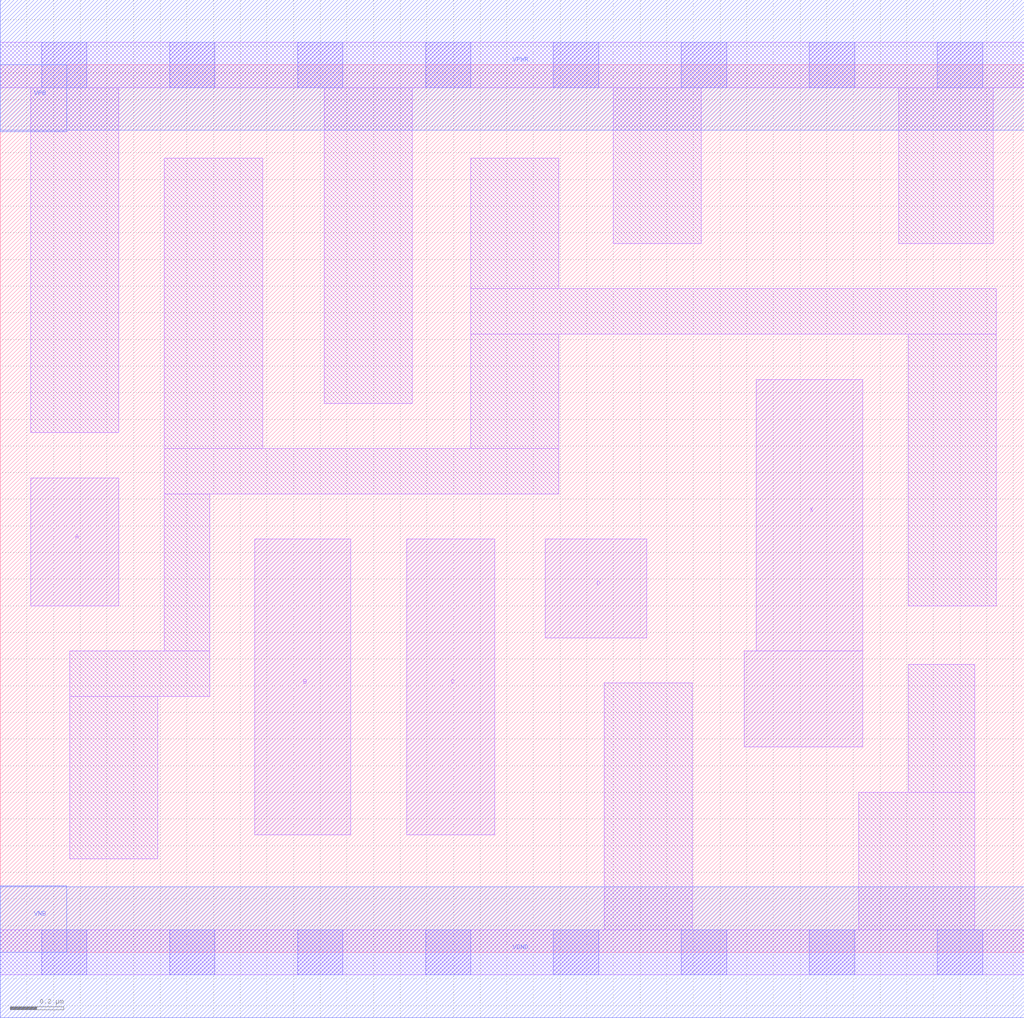
<source format=lef>
# Copyright 2020 The SkyWater PDK Authors
#
# Licensed under the Apache License, Version 2.0 (the "License");
# you may not use this file except in compliance with the License.
# You may obtain a copy of the License at
#
#     https://www.apache.org/licenses/LICENSE-2.0
#
# Unless required by applicable law or agreed to in writing, software
# distributed under the License is distributed on an "AS IS" BASIS,
# WITHOUT WARRANTIES OR CONDITIONS OF ANY KIND, either express or implied.
# See the License for the specific language governing permissions and
# limitations under the License.
#
# SPDX-License-Identifier: Apache-2.0

VERSION 5.5 ;
NAMESCASESENSITIVE ON ;
BUSBITCHARS "[]" ;
DIVIDERCHAR "/" ;
MACRO sky130_fd_sc_ms__and4_2
  CLASS CORE ;
  SOURCE USER ;
  ORIGIN  0.000000  0.000000 ;
  SIZE  3.840000 BY  3.330000 ;
  SYMMETRY X Y ;
  SITE unit ;
  PIN A
    ANTENNAGATEAREA  0.261000 ;
    DIRECTION INPUT ;
    USE SIGNAL ;
    PORT
      LAYER li1 ;
        RECT 0.115000 1.300000 0.445000 1.780000 ;
    END
  END A
  PIN B
    ANTENNAGATEAREA  0.261000 ;
    DIRECTION INPUT ;
    USE SIGNAL ;
    PORT
      LAYER li1 ;
        RECT 0.955000 0.440000 1.315000 1.550000 ;
    END
  END B
  PIN C
    ANTENNAGATEAREA  0.261000 ;
    DIRECTION INPUT ;
    USE SIGNAL ;
    PORT
      LAYER li1 ;
        RECT 1.525000 0.440000 1.855000 1.550000 ;
    END
  END C
  PIN D
    ANTENNAGATEAREA  0.261000 ;
    DIRECTION INPUT ;
    USE SIGNAL ;
    PORT
      LAYER li1 ;
        RECT 2.045000 1.180000 2.425000 1.550000 ;
    END
  END D
  PIN X
    ANTENNADIFFAREA  0.543200 ;
    DIRECTION OUTPUT ;
    USE SIGNAL ;
    PORT
      LAYER li1 ;
        RECT 2.790000 0.770000 3.235000 1.130000 ;
        RECT 2.835000 1.130000 3.235000 2.150000 ;
    END
  END X
  PIN VGND
    DIRECTION INOUT ;
    USE GROUND ;
    PORT
      LAYER met1 ;
        RECT 0.000000 -0.245000 3.840000 0.245000 ;
    END
  END VGND
  PIN VNB
    DIRECTION INOUT ;
    USE GROUND ;
    PORT
      LAYER met1 ;
        RECT 0.000000 0.000000 0.250000 0.250000 ;
    END
  END VNB
  PIN VPB
    DIRECTION INOUT ;
    USE POWER ;
    PORT
      LAYER met1 ;
        RECT 0.000000 3.080000 0.250000 3.330000 ;
    END
  END VPB
  PIN VPWR
    DIRECTION INOUT ;
    USE POWER ;
    PORT
      LAYER met1 ;
        RECT 0.000000 3.085000 3.840000 3.575000 ;
    END
  END VPWR
  OBS
    LAYER li1 ;
      RECT 0.000000 -0.085000 3.840000 0.085000 ;
      RECT 0.000000  3.245000 3.840000 3.415000 ;
      RECT 0.115000  1.950000 0.445000 3.245000 ;
      RECT 0.260000  0.350000 0.590000 0.960000 ;
      RECT 0.260000  0.960000 0.785000 1.130000 ;
      RECT 0.615000  1.130000 0.785000 1.720000 ;
      RECT 0.615000  1.720000 2.095000 1.890000 ;
      RECT 0.615000  1.890000 0.985000 2.980000 ;
      RECT 1.215000  2.060000 1.545000 3.245000 ;
      RECT 1.765000  1.890000 2.095000 2.320000 ;
      RECT 1.765000  2.320000 3.735000 2.490000 ;
      RECT 1.765000  2.490000 2.095000 2.980000 ;
      RECT 2.265000  0.085000 2.595000 1.010000 ;
      RECT 2.300000  2.660000 2.630000 3.245000 ;
      RECT 3.220000  0.085000 3.655000 0.600000 ;
      RECT 3.370000  2.660000 3.725000 3.245000 ;
      RECT 3.405000  0.600000 3.655000 1.080000 ;
      RECT 3.405000  1.300000 3.735000 2.320000 ;
    LAYER mcon ;
      RECT 0.155000 -0.085000 0.325000 0.085000 ;
      RECT 0.155000  3.245000 0.325000 3.415000 ;
      RECT 0.635000 -0.085000 0.805000 0.085000 ;
      RECT 0.635000  3.245000 0.805000 3.415000 ;
      RECT 1.115000 -0.085000 1.285000 0.085000 ;
      RECT 1.115000  3.245000 1.285000 3.415000 ;
      RECT 1.595000 -0.085000 1.765000 0.085000 ;
      RECT 1.595000  3.245000 1.765000 3.415000 ;
      RECT 2.075000 -0.085000 2.245000 0.085000 ;
      RECT 2.075000  3.245000 2.245000 3.415000 ;
      RECT 2.555000 -0.085000 2.725000 0.085000 ;
      RECT 2.555000  3.245000 2.725000 3.415000 ;
      RECT 3.035000 -0.085000 3.205000 0.085000 ;
      RECT 3.035000  3.245000 3.205000 3.415000 ;
      RECT 3.515000 -0.085000 3.685000 0.085000 ;
      RECT 3.515000  3.245000 3.685000 3.415000 ;
  END
END sky130_fd_sc_ms__and4_2

</source>
